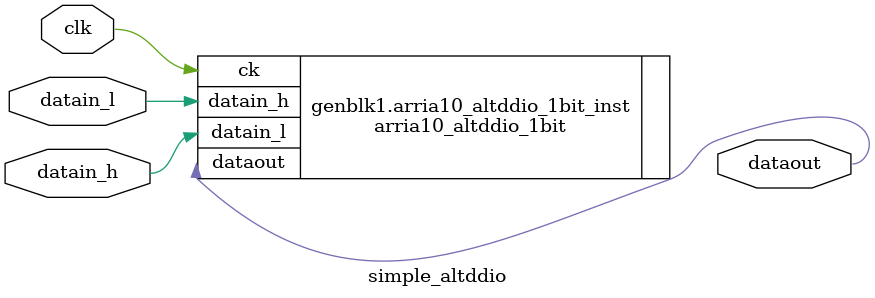
<source format=v>

module simple_altddio 
#(
parameter USE_ARRIA10 = 1
)
(	
	input datain_h,
	input datain_l,
	input clk,
	output dataout
);
			generate
					if (USE_ARRIA10) 
					begin
					//note datain_h and datain_l swap which is intentional, given migration guidelines for Arria 10 GPIO core
									arria10_altddio_1bit arria10_altddio_1bit_inst (
										.dataout  (dataout),  //  pad_out.export
										.ck       (clk),       //       ck.export
										.datain_h (datain_l), // datain_h.fragment
										.datain_l (datain_h)  // datain_l.fragment
									);
					end else
					begin
								altddio_out	altddio_out_component (
												.outclock (clk),
												.datain_h (datain_h),
												.aclr (1'b0),
												.datain_l (datain_l),
												.dataout (dataout),
												.aset (1'b0),
												.oe (1'b1),
												.outclocken (1'b1));
									defparam
										altddio_out_component.extend_oe_disable = "UNUSED",
										altddio_out_component.intended_device_family = "Arria 10",
										altddio_out_component.lpm_type = "altddio_out",
										altddio_out_component.oe_reg = "UNUSED",
										altddio_out_component.width = 1;
					end	
			endgenerate	
endmodule		
</source>
